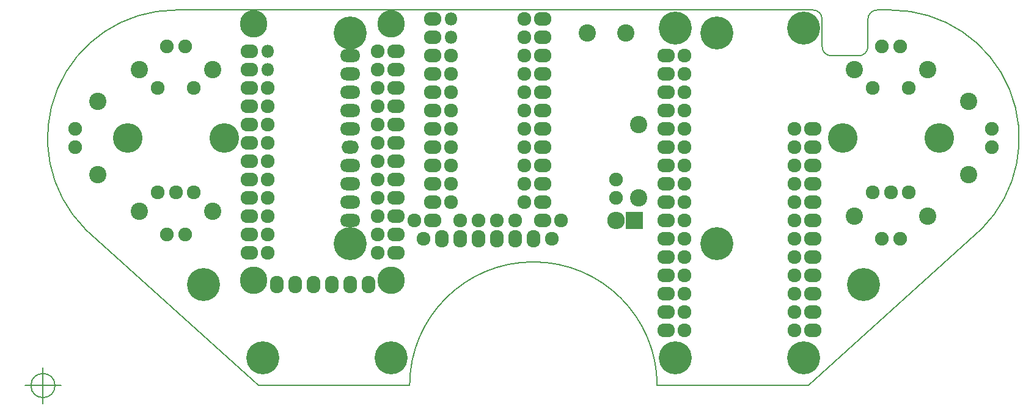
<source format=gbs>
G04 #@! TF.FileFunction,Soldermask,Bot*
%FSLAX46Y46*%
G04 Gerber Fmt 4.6, Leading zero omitted, Abs format (unit mm)*
G04 Created by KiCad (PCBNEW 4.0.1-3.201512221402+6198~38~ubuntu15.04.1-stable) date Fri Feb  5 12:20:29 2016*
%MOMM*%
G01*
G04 APERTURE LIST*
%ADD10C,0.101600*%
%ADD11C,0.152400*%
%ADD12O,2.432000X1.924000*%
%ADD13O,1.924000X2.432000*%
%ADD14O,1.924000X1.924000*%
%ADD15O,1.797000X1.797000*%
%ADD16C,3.810000*%
%ADD17C,4.572000*%
%ADD18R,2.432000X2.432000*%
%ADD19O,2.432000X2.432000*%
%ADD20C,1.901140*%
%ADD21C,2.398980*%
%ADD22C,1.924000*%
%ADD23C,4.100000*%
%ADD24O,2.813000X1.797000*%
%ADD25O,2.432000X1.797000*%
%ADD26C,2.400000*%
G04 APERTURE END LIST*
D10*
D11*
X1666666Y0D02*
G75*
G03X1666666Y0I-1666666J0D01*
G01*
X-2500000Y0D02*
X2500000Y0D01*
X0Y2500000D02*
X0Y-2500000D01*
X115570000Y52070000D02*
X117475000Y52070000D01*
X115570000Y52070000D02*
G75*
G03X114300000Y50800000I0J-1270000D01*
G01*
X107950000Y50800000D02*
G75*
G03X106680000Y52070000I-1270000J0D01*
G01*
X113030000Y45720000D02*
G75*
G03X114300000Y46990000I0J1270000D01*
G01*
X107950000Y46990000D02*
G75*
G03X109220000Y45720000I1270000J0D01*
G01*
X109220000Y45720000D02*
X113030000Y45720000D01*
X114300000Y46990000D02*
X114300000Y50800000D01*
X107950000Y50800000D02*
X107950000Y46990000D01*
X85090000Y0D02*
X106045000Y0D01*
X50800000Y0D02*
X29845000Y0D01*
X85090000Y0D02*
G75*
G03X67945000Y17145000I-17145000J0D01*
G01*
X67945000Y17145000D02*
G75*
G03X50800000Y0I0J-17145000D01*
G01*
X29845000Y0D02*
X5842000Y21717000D01*
X5842641Y21717641D02*
G75*
G02X18415000Y52070000I12572359J12572359D01*
G01*
X18415000Y52070000D02*
X106680000Y52070000D01*
X106045000Y0D02*
X130048000Y21717000D01*
X130047359Y21717641D02*
G75*
G03X117475000Y52070000I-12572359J12572359D01*
G01*
D12*
X69215000Y50800000D03*
X69215000Y48260000D03*
X69215000Y45720000D03*
X69215000Y43180000D03*
X69215000Y40640000D03*
X69215000Y38100000D03*
X69215000Y35560000D03*
X69215000Y33020000D03*
X69215000Y30480000D03*
X69215000Y27940000D03*
X69215000Y25400000D03*
X69215000Y22860000D03*
D13*
X67945000Y20320000D03*
X65405000Y20320000D03*
X62865000Y20320000D03*
X60325000Y20320000D03*
X57785000Y20320000D03*
X55245000Y20320000D03*
D12*
X53975000Y22860001D03*
X53975000Y25400000D03*
X53975000Y27940000D03*
X53975000Y30480000D03*
X53975000Y33020000D03*
X53975000Y35560000D03*
X53975000Y38100000D03*
X53975000Y40640000D03*
X53975000Y43180000D03*
X53975000Y45720000D03*
X53975000Y48260000D03*
X53975000Y50800000D03*
D14*
X66675000Y50800000D03*
X66675000Y48260000D03*
X66675000Y45720000D03*
X66675000Y43180000D03*
X66675000Y40640000D03*
X66675000Y38100000D03*
X66675000Y35560000D03*
X66675000Y33020000D03*
X66675000Y30480000D03*
X66675000Y27940000D03*
X66675000Y25400000D03*
X71755000Y22860000D03*
X70485000Y20320000D03*
X65405000Y22860000D03*
X62865000Y22860000D03*
X60325000Y22860000D03*
X57785000Y22860000D03*
X52705000Y20320000D03*
X51435000Y22860000D03*
X56515000Y25400000D03*
X56515000Y27940000D03*
X56515000Y30480000D03*
X56515000Y33020000D03*
X56515000Y35560000D03*
X56515000Y38100000D03*
X56515000Y40640000D03*
X56515000Y43180000D03*
X56515000Y45720000D03*
D15*
X56515000Y48260000D03*
X56515000Y50800000D03*
D12*
X48895000Y46355000D03*
X48895000Y43815000D03*
X48895000Y41275000D03*
X48895000Y38735000D03*
X48895000Y36195000D03*
X48895000Y33655000D03*
X48895000Y31115000D03*
X48895000Y28575000D03*
X48895000Y26035000D03*
X48895000Y23495000D03*
X48895000Y20955000D03*
X48895000Y18415000D03*
D13*
X45085000Y13970000D03*
X42545000Y13970000D03*
X40005000Y13970000D03*
X37465000Y13970000D03*
X34925000Y13970000D03*
X32385000Y13970000D03*
D12*
X28575000Y18415000D03*
X28575000Y20955000D03*
X28575000Y23495000D03*
X28575000Y26035000D03*
X28575000Y28575000D03*
X28575000Y31115000D03*
X28575000Y33655000D03*
X28575000Y36195000D03*
X28575000Y38735000D03*
X28575000Y41275000D03*
X28575000Y43815000D03*
X28575000Y46355000D03*
D16*
X48260000Y14605000D03*
X29210000Y14605000D03*
X29210000Y50165000D03*
X48260000Y50165000D03*
D14*
X46355000Y46355000D03*
X46355000Y43815000D03*
X46355000Y41275000D03*
X46355000Y38735000D03*
X46355000Y36195000D03*
X46355000Y33655000D03*
X46355000Y31115000D03*
X46355000Y28575000D03*
X46355000Y26035000D03*
X46355000Y23495000D03*
X46355000Y20955000D03*
X46355000Y18415000D03*
X31115000Y18415000D03*
X31115000Y20955000D03*
X31115000Y23495000D03*
X31115000Y26035000D03*
X31115000Y28575000D03*
X31115000Y31115000D03*
X31115000Y33655000D03*
X31115000Y36195000D03*
X31115000Y38735000D03*
X31115000Y41275000D03*
D15*
X31115000Y43815000D03*
X31115000Y46355000D03*
D17*
X22225000Y13970000D03*
X113665000Y13970000D03*
D18*
X81915000Y22860000D03*
D19*
X79375000Y22860000D03*
D17*
X30480000Y3810000D03*
X48260000Y3810000D03*
D20*
X116205000Y20320000D03*
X118745000Y20320000D03*
X131445000Y33020000D03*
X131445000Y35560000D03*
X116205000Y46990000D03*
X118745000Y46990000D03*
X79375000Y26035000D03*
X79375000Y28575000D03*
X4445000Y33020000D03*
X4445000Y35560000D03*
X19685000Y20955000D03*
X17145000Y20955000D03*
X19685000Y46990000D03*
X17145000Y46990000D03*
D21*
X122555000Y23495000D03*
X112395000Y23495000D03*
X128270000Y39370000D03*
X128270000Y29210000D03*
X122555000Y43815000D03*
X112395000Y43815000D03*
X82550000Y36195000D03*
X82550000Y26035000D03*
X7620000Y39370000D03*
X7620000Y29210000D03*
X13335000Y24130000D03*
X23495000Y24130000D03*
X13335000Y43815000D03*
X23495000Y43815000D03*
D22*
X117475000Y26790000D03*
X114975000Y26790000D03*
X119975000Y26790000D03*
X114975000Y41290000D03*
X119975000Y41290000D03*
D23*
X124175000Y34290000D03*
X110775000Y34290000D03*
D22*
X18415000Y26790000D03*
X15915000Y26790000D03*
X20915000Y26790000D03*
X15915000Y41290000D03*
X20915000Y41290000D03*
D23*
X25115000Y34290000D03*
X11715000Y34290000D03*
D24*
X42545000Y45720000D03*
X42545000Y43180000D03*
X42545000Y40640000D03*
X42545000Y38100000D03*
X42545000Y35560000D03*
D25*
X42545000Y33020000D03*
D24*
X42545000Y30480000D03*
X42545000Y27940000D03*
X42545000Y25400000D03*
X42545000Y22860000D03*
D17*
X42545000Y19685000D03*
X93345000Y19685000D03*
X93345000Y48895000D03*
X42545000Y48895000D03*
D26*
X75455000Y48895000D03*
X80755000Y48895000D03*
D12*
X106680000Y7620000D03*
X106680000Y10160000D03*
X106680000Y12700000D03*
X106680000Y15240000D03*
X106680000Y17780000D03*
X106680000Y20320000D03*
X106680000Y22860000D03*
X106680000Y25400000D03*
X106680000Y27940000D03*
X106680000Y30480000D03*
X106680000Y33020000D03*
X106680000Y35560000D03*
X86360000Y45720000D03*
X86360000Y43180000D03*
X86360000Y40640000D03*
X86360000Y38100000D03*
X86360000Y35560000D03*
X86360000Y33020000D03*
X86360000Y30480000D03*
X86360000Y27940000D03*
X86360000Y25400000D03*
X86360000Y22860000D03*
X86360000Y20320000D03*
X86360000Y17780000D03*
X86360000Y15240000D03*
X86360000Y12700000D03*
X86360000Y10160000D03*
X86360000Y7620000D03*
D17*
X105410000Y49530000D03*
X87630000Y49530000D03*
D22*
X104140000Y7620000D03*
X104140000Y10160000D03*
X104140000Y12700000D03*
X104140000Y15240000D03*
X104140000Y17780000D03*
X104140000Y20320000D03*
X104140000Y22860000D03*
X104140000Y25400000D03*
X104140000Y27940000D03*
X104140000Y30480000D03*
X104140000Y33020000D03*
X104140000Y35560000D03*
X88900000Y45720000D03*
X88900000Y43180000D03*
X88900000Y40640000D03*
X88900000Y38100000D03*
X88900000Y35560000D03*
X88900000Y33020000D03*
X88900000Y30480000D03*
X88900000Y27940000D03*
X88900000Y25400000D03*
X88900000Y22860000D03*
X88900000Y20320000D03*
X88900000Y17780000D03*
X88900000Y15240000D03*
X88900000Y12700000D03*
X88900000Y10160000D03*
X88900000Y7620000D03*
D17*
X105410000Y3810000D03*
X87630000Y3810000D03*
M02*

</source>
